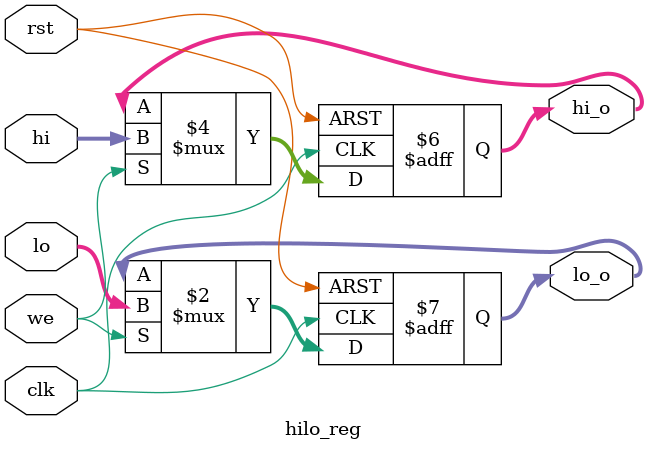
<source format=v>
`timescale 1ns / 1ps


module hilo_reg(
	input wire clk,rst,we,
	input wire[31:0] hi,lo,
	output reg[31:0] hi_o,lo_o
    );
	
	always @(negedge clk, posedge rst) begin
		if(rst) begin
			hi_o <= 0;
			lo_o <= 0;
		end else if (we) begin
			hi_o <= hi;
			lo_o <= lo;
		end
	end
endmodule

</source>
